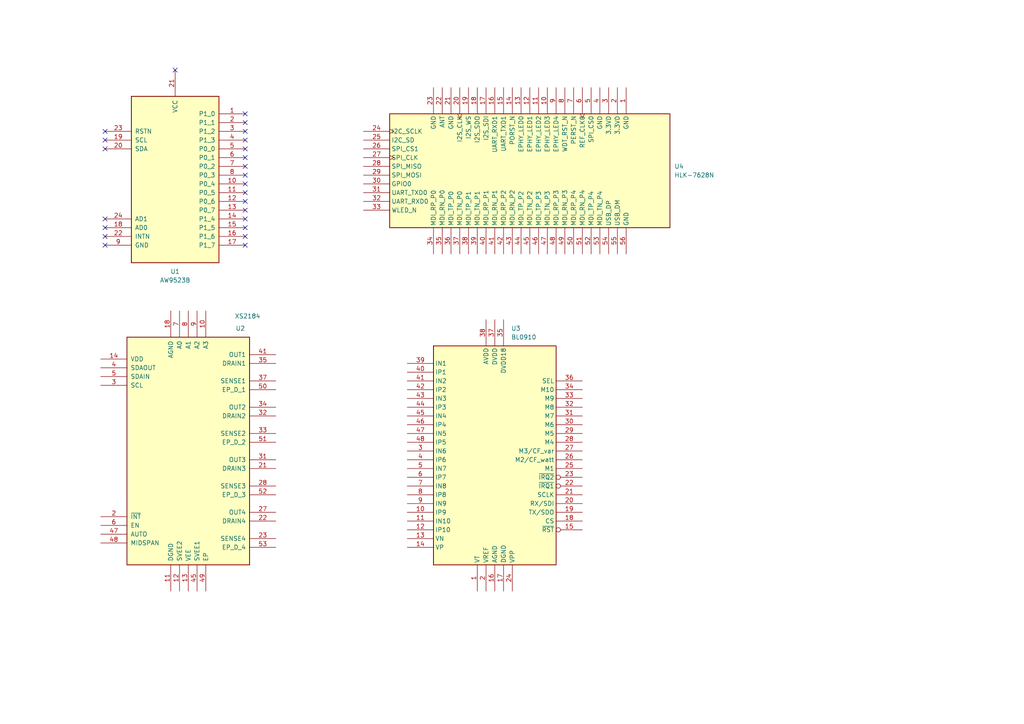
<source format=kicad_sch>
(kicad_sch (version 20231120) (generator "eeschema") (generator_version "8.0")
  (paper "A4")
  (lib_symbols
    (symbol "mipt:AW9523B" (pin_names (offset 1.016))
      (property "Reference" "U" (at 0 -2.54 0))
      (property "Value" "AW9523B" (at 0 2.54 0))
      (symbol "AW9523B_1_0"
        (rectangle (start -12.7 24.13) (end 12.7 -24.13) (stroke (width 0.254)) (fill (type background)))
      )
      (symbol "AW9523B_1_1"
        (pin bidirectional line (at 20.32 19.05 180) (length 7.62) (name "P1_0") (number "1"))
        (pin bidirectional line (at 20.32 -1.27 180) (length 7.62) (name "P0_4") (number "10"))
        (pin bidirectional line (at 20.32 -3.81 180) (length 7.62) (name "P0_5") (number "11"))
        (pin bidirectional line (at 20.32 -6.35 180) (length 7.62) (name "P0_6") (number "12"))
        (pin bidirectional line (at 20.32 -8.89 180) (length 7.62) (name "P0_7") (number "13"))
        (pin bidirectional line (at 20.32 -11.43 180) (length 7.62) (name "P1_4") (number "14"))
        (pin bidirectional line (at 20.32 -13.97 180) (length 7.62) (name "P1_5") (number "15"))
        (pin bidirectional line (at 20.32 -16.51 180) (length 7.62) (name "P1_6") (number "16"))
        (pin bidirectional line (at 20.32 -19.05 180) (length 7.62) (name "P1_7") (number "17"))
        (pin input line (at -20.32 -13.97 0) (length 7.62) (name "AD0") (number "18"))
        (pin input line (at -20.32 11.43 0) (length 7.62) (name "SCL") (number "19"))
        (pin bidirectional line (at 20.32 16.51 180) (length 7.62) (name "P1_1") (number "2"))
        (pin bidirectional line (at -20.32 8.89 0) (length 7.62) (name "SDA") (number "20"))
        (pin power_in line (at 0 31.75 270) (length 7.62) (name "VCC") (number "21"))
        (pin output line (at -20.32 -16.51 0) (length 7.62) (name "INTN") (number "22"))
        (pin input line (at -20.32 13.97 0) (length 7.62) (name "RSTN") (number "23"))
        (pin input line (at -20.32 -11.43 0) (length 7.62) (name "AD1") (number "24"))
        (pin bidirectional line (at 20.32 13.97 180) (length 7.62) (name "P1_2") (number "3"))
        (pin bidirectional line (at 20.32 11.43 180) (length 7.62) (name "P1_3") (number "4"))
        (pin bidirectional line (at 20.32 8.89 180) (length 7.62) (name "P0_0") (number "5"))
        (pin bidirectional line (at 20.32 6.35 180) (length 7.62) (name "P0_1") (number "6"))
        (pin bidirectional line (at 20.32 3.81 180) (length 7.62) (name "P0_2") (number "7"))
        (pin bidirectional line (at 20.32 1.27 180) (length 7.62) (name "P0_3") (number "8"))
        (pin power_in line (at -20.32 -19.05 0) (length 7.62) (name "GND") (number "9"))
      )
    )
    (symbol "mipt:HLK-7628N"
      (property "Reference" "U" (at 42.164 1.016 0))
      (property "Value" "HLK-7628N" (at 47.244 -1.524 0))
      (symbol "HLK-7628N_1_0"
        (rectangle (start -40.64 16.51) (end 40.64 -16.51) (stroke (width 0.254)) (fill (type background)))
      )
      (symbol "HLK-7628N_1_1"
        (pin power_in line (at 27.94 24.13 270) (length 7.62) (name "GND") (number "1"))
        (pin bidirectional line (at 5.08 24.13 270) (length 7.62) (name "EPHY_LED3") (number "10"))
        (pin bidirectional line (at 2.54 24.13 270) (length 7.62) (name "EPHY_LED2") (number "11"))
        (pin bidirectional line (at 0 24.13 270) (length 7.62) (name "EPHY_LED1") (number "12"))
        (pin bidirectional line (at -2.54 24.13 270) (length 7.62) (name "EPHY_LED0") (number "13"))
        (pin bidirectional line (at -5.08 24.13 270) (length 7.62) (name "PORST_N") (number "14"))
        (pin output line (at -7.62 24.13 270) (length 7.62) (name "UART_TXD1") (number "15"))
        (pin input line (at -10.16 24.13 270) (length 7.62) (name "UART_RXD1") (number "16"))
        (pin bidirectional line (at -12.7 24.13 270) (length 7.62) (name "I2S_SDI") (number "17"))
        (pin bidirectional line (at -15.24 24.13 270) (length 7.62) (name "I2S_SDO") (number "18"))
        (pin bidirectional line (at -17.78 24.13 270) (length 7.62) (name "I2S_WS") (number "19"))
        (pin power_in line (at 25.4 24.13 270) (length 7.62) (name "3.3VD") (number "2"))
        (pin bidirectional clock (at -20.32 24.13 270) (length 7.62) (name "I2S_CLK") (number "20"))
        (pin power_in line (at -22.86 24.13 270) (length 7.62) (name "GND") (number "21"))
        (pin bidirectional line (at -25.4 24.13 270) (length 7.62) (name "ANT") (number "22"))
        (pin power_in line (at -27.94 24.13 270) (length 7.62) (name "GND") (number "23"))
        (pin bidirectional clock (at -48.26 11.43 0) (length 7.62) (name "I2C_SCLK") (number "24"))
        (pin bidirectional line (at -48.26 8.89 0) (length 7.62) (name "I2C_SD") (number "25"))
        (pin bidirectional line (at -48.26 6.35 0) (length 7.62) (name "SPI_CS1") (number "26"))
        (pin bidirectional clock (at -48.26 3.81 0) (length 7.62) (name "SPI_CLK") (number "27"))
        (pin bidirectional line (at -48.26 1.27 0) (length 7.62) (name "SPI_MISO") (number "28"))
        (pin bidirectional line (at -48.26 -1.27 0) (length 7.62) (name "SPI_MOSI") (number "29"))
        (pin power_in line (at 22.86 24.13 270) (length 7.62) (name "3.3VD") (number "3"))
        (pin bidirectional line (at -48.26 -3.81 0) (length 7.62) (name "GPIO0") (number "30"))
        (pin output line (at -48.26 -6.35 0) (length 7.62) (name "UART_TXD0") (number "31"))
        (pin input line (at -48.26 -8.89 0) (length 7.62) (name "UART_RXD0") (number "32"))
        (pin bidirectional line (at -48.26 -11.43 0) (length 7.62) (name "WLED_N") (number "33"))
        (pin bidirectional line (at -27.94 -24.13 90) (length 7.62) (name "MDI_RP_P0") (number "34"))
        (pin bidirectional line (at -25.4 -24.13 90) (length 7.62) (name "MDI_RN_P0") (number "35"))
        (pin bidirectional line (at -22.86 -24.13 90) (length 7.62) (name "MDI_TP_P0") (number "36"))
        (pin bidirectional line (at -20.32 -24.13 90) (length 7.62) (name "MDI_TN_P0") (number "37"))
        (pin bidirectional line (at -17.78 -24.13 90) (length 7.62) (name "MDI_TP_P1") (number "38"))
        (pin bidirectional line (at -15.24 -24.13 90) (length 7.62) (name "MDI_TN_P1") (number "39"))
        (pin power_in line (at 20.32 24.13 270) (length 7.62) (name "GND") (number "4"))
        (pin bidirectional line (at -12.7 -24.13 90) (length 7.62) (name "MDI_RP_P1") (number "40"))
        (pin bidirectional line (at -10.16 -24.13 90) (length 7.62) (name "MDI_RN_P1") (number "41"))
        (pin bidirectional line (at -7.62 -24.13 90) (length 7.62) (name "MDI_RP_P2") (number "42"))
        (pin bidirectional line (at -5.08 -24.13 90) (length 7.62) (name "MDI_RN_P2") (number "43"))
        (pin bidirectional line (at -2.54 -24.13 90) (length 7.62) (name "MDI_TP_P2") (number "44"))
        (pin bidirectional line (at 0 -24.13 90) (length 7.62) (name "MDI_TN_P2") (number "45"))
        (pin bidirectional line (at 2.54 -24.13 90) (length 7.62) (name "MDI_TP_P3") (number "46"))
        (pin bidirectional line (at 5.08 -24.13 90) (length 7.62) (name "MDI_TN_P3") (number "47"))
        (pin bidirectional line (at 7.62 -24.13 90) (length 7.62) (name "MDI_RP_P3") (number "48"))
        (pin bidirectional line (at 10.16 -24.13 90) (length 7.62) (name "MDI_RN_P3") (number "49"))
        (pin bidirectional line (at 17.78 24.13 270) (length 7.62) (name "SPI_CS0") (number "5"))
        (pin bidirectional line (at 12.7 -24.13 90) (length 7.62) (name "MDI_RP_P4") (number "50"))
        (pin bidirectional line (at 15.24 -24.13 90) (length 7.62) (name "MDI_RN_P4") (number "51"))
        (pin bidirectional line (at 17.78 -24.13 90) (length 7.62) (name "MDI_TP_P4") (number "52"))
        (pin bidirectional line (at 20.32 -24.13 90) (length 7.62) (name "MDI_TN_P4") (number "53"))
        (pin bidirectional line (at 22.86 -24.13 90) (length 7.62) (name "USB_DP") (number "54"))
        (pin bidirectional line (at 25.4 -24.13 90) (length 7.62) (name "USB_DM") (number "55"))
        (pin power_in line (at 27.94 -24.13 90) (length 7.62) (name "GND") (number "56"))
        (pin bidirectional clock (at 15.24 24.13 270) (length 7.62) (name "REF_CLK0") (number "6"))
        (pin bidirectional line (at 12.7 24.13 270) (length 7.62) (name "PERST_N") (number "7"))
        (pin bidirectional line (at 10.16 24.13 270) (length 7.62) (name "WDT_RST_N") (number "8"))
        (pin bidirectional line (at 7.62 24.13 270) (length 7.62) (name "EPHY_LED4") (number "9"))
      )
    )
    (symbol "mipt:XS2184" (pin_names (offset 1.016))
      (property "Reference" "U" (at 0 -2.54 0))
      (property "Value" "XS2184" (at 0 2.54 0))
      (symbol "XS2184_1_0"
        (rectangle (start -17.78 33.02) (end 17.78 -33.02) (stroke (width 0.254)) (fill (type background)))
      )
      (symbol "XS2184_1_1"
        (pin passive line (at -25.4 0 0) (length 7.62) hide (name "N.C.") (number "1"))
        (pin input line (at 5.08 40.64 270) (length 7.62) (name "A3") (number "10"))
        (pin power_in line (at -5.08 -40.64 90) (length 7.62) (name "DGND") (number "11"))
        (pin power_in line (at -2.54 -40.64 90) (length 7.62) (name "SVEE2") (number "12"))
        (pin power_in line (at 0 -40.64 90) (length 7.62) (name "VEE") (number "13"))
        (pin power_in line (at -25.4 26.67 0) (length 7.62) (name "VDD") (number "14"))
        (pin passive line (at -25.4 0 0) (length 7.62) hide (name "N.C.") (number "15"))
        (pin passive line (at -25.4 0 0) (length 7.62) hide (name "N.C.") (number "16"))
        (pin passive line (at -25.4 0 0) (length 7.62) hide (name "N.C.") (number "17"))
        (pin power_in line (at -5.08 40.64 270) (length 7.62) (name "AGND") (number "18"))
        (pin passive line (at -25.4 0 0) (length 7.62) hide (name "N.C.") (number "19"))
        (pin output line (at -25.4 -19.05 0) (length 7.62) (name "~{INT}") (number "2"))
        (pin passive line (at -25.4 0 0) (length 7.62) hide (name "N.C.") (number "20"))
        (pin output line (at 25.4 -5.08 180) (length 7.62) (name "DRAIN3") (number "21"))
        (pin output line (at 25.4 -20.32 180) (length 7.62) (name "DRAIN4") (number "22"))
        (pin input line (at 25.4 -25.4 180) (length 7.62) (name "SENSE4") (number "23"))
        (pin passive line (at -25.4 0 0) (length 7.62) hide (name "N.C.") (number "24"))
        (pin output line (at 25.4 -22.86 180) (length 7.62) hide (name "DRAIN4") (number "25"))
        (pin output line (at 25.4 -22.86 180) (length 7.62) hide (name "DRAIN4") (number "26"))
        (pin output line (at 25.4 -17.78 180) (length 7.62) (name "OUT4") (number "27"))
        (pin input line (at 25.4 -10.16 180) (length 7.62) (name "SENSE3") (number "28"))
        (pin output line (at 25.4 -7.62 180) (length 7.62) hide (name "DRAIN3") (number "29"))
        (pin bidirectional line (at -25.4 19.05 0) (length 7.62) (name "SCL") (number "3"))
        (pin output line (at 25.4 -7.62 180) (length 7.62) hide (name "DRAIN3") (number "30"))
        (pin output line (at 25.4 -2.54 180) (length 7.62) (name "OUT3") (number "31"))
        (pin output line (at 25.4 10.16 180) (length 7.62) (name "DRAIN2") (number "32"))
        (pin input line (at 25.4 5.08 180) (length 7.62) (name "SENSE2") (number "33"))
        (pin output line (at 25.4 12.7 180) (length 7.62) (name "OUT2") (number "34"))
        (pin output line (at 25.4 25.4 180) (length 7.62) (name "DRAIN1") (number "35"))
        (pin output line (at 25.4 22.86 180) (length 7.62) hide (name "DRAIN1") (number "36"))
        (pin input line (at 25.4 20.32 180) (length 7.62) (name "SENSE1") (number "37"))
        (pin passive line (at -25.4 0 0) (length 7.62) hide (name "N.C.") (number "38"))
        (pin output line (at 25.4 22.86 180) (length 7.62) hide (name "DRAIN1") (number "39"))
        (pin output line (at -25.4 24.13 0) (length 7.62) (name "SDAOUT") (number "4"))
        (pin output line (at 25.4 7.62 180) (length 7.62) hide (name "DRAIN2") (number "40"))
        (pin output line (at 25.4 27.94 180) (length 7.62) (name "OUT1") (number "41"))
        (pin passive line (at -25.4 0 0) (length 7.62) hide (name "N.C.") (number "42"))
        (pin passive line (at -25.4 0 0) (length 7.62) hide (name "N.C.") (number "43"))
        (pin passive line (at -25.4 0 0) (length 7.62) hide (name "N.C.") (number "44"))
        (pin power_in line (at 2.54 -40.64 90) (length 7.62) (name "SVEE1") (number "45"))
        (pin passive line (at -25.4 0 0) (length 7.62) hide (name "N.C.") (number "46"))
        (pin input line (at -25.4 -24.13 0) (length 7.62) (name "AUTO") (number "47"))
        (pin input line (at -25.4 -26.67 0) (length 7.62) (name "MIDSPAN") (number "48"))
        (pin power_in line (at 5.08 -40.64 90) (length 7.62) (name "EP") (number "49"))
        (pin input line (at -25.4 21.59 0) (length 7.62) (name "SDAIN") (number "5"))
        (pin power_in line (at 25.4 17.78 180) (length 7.62) (name "EP_D_1") (number "50"))
        (pin power_in line (at 25.4 2.54 180) (length 7.62) (name "EP_D_2") (number "51"))
        (pin power_in line (at 25.4 -12.7 180) (length 7.62) (name "EP_D_3") (number "52"))
        (pin power_in line (at 25.4 -27.94 180) (length 7.62) (name "EP_D_4") (number "53"))
        (pin input line (at -25.4 -21.59 0) (length 7.62) (name "EN") (number "6"))
        (pin input line (at -2.54 40.64 270) (length 7.62) (name "A0") (number "7"))
        (pin input line (at 0 40.64 270) (length 7.62) (name "A1") (number "8"))
        (pin input line (at 2.54 40.64 270) (length 7.62) (name "A2") (number "9"))
      )
    )
    (symbol "mipt:bl0910"
      (property "Reference" "U" (at 0 1.27 0))
      (property "Value" "BL0910" (at 0 -1.27 0))
      (symbol "bl0910_1_0"
        (rectangle (start -17.78 29.21) (end 17.78 -34.29) (stroke (width 0.254)) (fill (type background)))
      )
      (symbol "bl0910_1_1"
        (pin input line (at -5.08 -41.91 90) (length 7.62) (name "VT") (number "1"))
        (pin input line (at -25.4 -19.05 0) (length 7.62) (name "IP9") (number "10"))
        (pin input line (at -25.4 -21.59 0) (length 7.62) (name "IN10") (number "11"))
        (pin input line (at -25.4 -24.13 0) (length 7.62) (name "IP10") (number "12"))
        (pin input line (at -25.4 -26.67 0) (length 7.62) (name "VN") (number "13"))
        (pin input line (at -25.4 -29.21 0) (length 7.62) (name "VP") (number "14"))
        (pin input inverted (at 25.4 -24.13 180) (length 7.62) (name "~{RST}") (number "15"))
        (pin input line (at 0 -41.91 90) (length 7.62) (name "AGND") (number "16"))
        (pin input line (at 2.54 -41.91 90) (length 7.62) (name "DGND") (number "17"))
        (pin input line (at 25.4 -21.59 180) (length 7.62) (name "CS") (number "18"))
        (pin output line (at 25.4 -19.05 180) (length 7.62) (name "TX/SDO") (number "19"))
        (pin bidirectional line (at -2.54 -41.91 90) (length 7.62) (name "VREF") (number "2"))
        (pin input line (at 25.4 -16.51 180) (length 7.62) (name "RX/SDI") (number "20"))
        (pin input line (at 25.4 -13.97 180) (length 7.62) (name "SCLK") (number "21"))
        (pin output inverted (at 25.4 -11.43 180) (length 7.62) (name "~{IRQ1}") (number "22"))
        (pin output inverted (at 25.4 -8.89 180) (length 7.62) (name "~{IRQ2}") (number "23"))
        (pin input line (at 5.08 -41.91 90) (length 7.62) (name "VPP") (number "24"))
        (pin output line (at 25.4 -6.35 180) (length 7.62) (name "M1") (number "25"))
        (pin output line (at 25.4 -3.81 180) (length 7.62) (name "M2/CF_watt") (number "26"))
        (pin output line (at 25.4 -1.27 180) (length 7.62) (name "M3/CF_var") (number "27"))
        (pin output line (at 25.4 1.27 180) (length 7.62) (name "M4") (number "28"))
        (pin output line (at 25.4 3.81 180) (length 7.62) (name "M5") (number "29"))
        (pin input line (at -25.4 -1.27 0) (length 7.62) (name "IN6") (number "3"))
        (pin output line (at 25.4 6.35 180) (length 7.62) (name "M6") (number "30"))
        (pin output line (at 25.4 8.89 180) (length 7.62) (name "M7") (number "31"))
        (pin output line (at 25.4 11.43 180) (length 7.62) (name "M8") (number "32"))
        (pin output line (at 25.4 13.97 180) (length 7.62) (name "M9") (number "33"))
        (pin output line (at 25.4 16.51 180) (length 7.62) (name "M10") (number "34"))
        (pin bidirectional line (at 2.54 36.83 270) (length 7.62) (name "DVDD18") (number "35"))
        (pin input line (at 25.4 19.05 180) (length 7.62) (name "SEL") (number "36"))
        (pin input line (at 0 36.83 270) (length 7.62) (name "DVDD") (number "37"))
        (pin input line (at -2.54 36.83 270) (length 7.62) (name "AVDD") (number "38"))
        (pin input line (at -25.4 24.13 0) (length 7.62) (name "IN1") (number "39"))
        (pin input line (at -25.4 -3.81 0) (length 7.62) (name "IP6") (number "4"))
        (pin input line (at -25.4 21.59 0) (length 7.62) (name "IP1") (number "40"))
        (pin input line (at -25.4 19.05 0) (length 7.62) (name "IN2") (number "41"))
        (pin input line (at -25.4 16.51 0) (length 7.62) (name "IP2") (number "42"))
        (pin input line (at -25.4 13.97 0) (length 7.62) (name "IN3") (number "43"))
        (pin input line (at -25.4 11.43 0) (length 7.62) (name "IP3") (number "44"))
        (pin input line (at -25.4 8.89 0) (length 7.62) (name "IN4") (number "45"))
        (pin input line (at -25.4 6.35 0) (length 7.62) (name "IP4") (number "46"))
        (pin input line (at -25.4 3.81 0) (length 7.62) (name "IN5") (number "47"))
        (pin input line (at -25.4 1.27 0) (length 7.62) (name "IP5") (number "48"))
        (pin input line (at -25.4 -6.35 0) (length 7.62) (name "IN7") (number "5"))
        (pin input line (at -25.4 -8.89 0) (length 7.62) (name "IP7") (number "6"))
        (pin input line (at -25.4 -11.43 0) (length 7.62) (name "IN8") (number "7"))
        (pin input line (at -25.4 -13.97 0) (length 7.62) (name "IP8") (number "8"))
        (pin input line (at -25.4 -16.51 0) (length 7.62) (name "IN9") (number "9"))
      )
    )
  )
  (no_connect (at 71.12 66.04))
  (no_connect (at 71.12 53.34))
  (no_connect (at 30.48 71.12))
  (no_connect (at 71.12 55.88))
  (no_connect (at 71.12 35.56))
  (no_connect (at 50.8 20.32))
  (no_connect (at 30.48 40.64))
  (no_connect (at 71.12 45.72))
  (no_connect (at 30.48 43.18))
  (no_connect (at 30.48 38.1))
  (no_connect (at 30.48 66.04))
  (no_connect (at 30.48 63.5))
  (no_connect (at 71.12 43.18))
  (no_connect (at 71.12 48.26))
  (no_connect (at 71.12 33.02))
  (no_connect (at 71.12 63.5))
  (no_connect (at 71.12 38.1))
  (no_connect (at 71.12 50.8))
  (no_connect (at 71.12 58.42))
  (no_connect (at 71.12 68.58))
  (no_connect (at 71.12 71.12))
  (no_connect (at 30.48 68.58))
  (no_connect (at 71.12 40.64))
  (no_connect (at 71.12 60.96))
  (symbol (lib_id "mipt:XS2184") (at 54.61 130.81 0) (unit 1)
    (property "Reference" "U2" (at 68.326 95.25 0) (effects (justify left)))
    (property "Value" "XS2184" (at 68.072 91.694 0) (effects (justify left)))
    (property "Footprint" "mipt:QFN-48-1EP_7x7mm_P0.5mm_EP5.6x5.6mm_1" (effects (hide yes)))
    (property "Datasheet" "./datasheets/XS2184 Datasheet CN V1.0.pdf" (effects (hide yes)))
  )
  (symbol (lib_id "mipt:HLK-7628N") (at 153.67 49.53 0) (unit 1)
    (property "Reference" "U4" (at 195.58 48.2599 0) (effects (justify left)))
    (property "Value" "HLK-7628N" (at 195.58 50.7999 0) (effects (justify left)))
    (property "Footprint" "mipt:HLK-7628N" (effects (hide yes)))
    (property "Datasheet" "./datasheets/HLK-7628N_V2.6.pdf" (effects (hide yes)))
  )
  (symbol (lib_id "mipt:AW9523B") (at 50.8 52.07 0) (unit 1)
    (property "Reference" "U1" (at 50.8 78.74 0))
    (property "Value" "AW9523B" (at 50.8 81.28 0))
    (property "Footprint" "mipt:TQFN-24-1EP_4x4mm_P0.5mm_EP2.1x2.1mm" (effects (hide yes)))
    (property "Datasheet" "./datasheets/AW9523+English+Datasheet.pdf" (effects (hide yes)))
  )
  (symbol (lib_id "mipt:bl0910") (at 143.51 129.54 0) (unit 1)
    (property "Reference" "U3" (at 148.2441 95.25 0) (effects (justify left)))
    (property "Value" "BL0910" (at 148.2441 97.79 0) (effects (justify left)))
    (property "Footprint" "Package_QFP:LQFP-48_7x7mm_P0.5mm" (effects (hide yes)))
    (property "Datasheet" "./datasheets/bl0910.pdf" (effects (hide yes)))
  )
)
</source>
